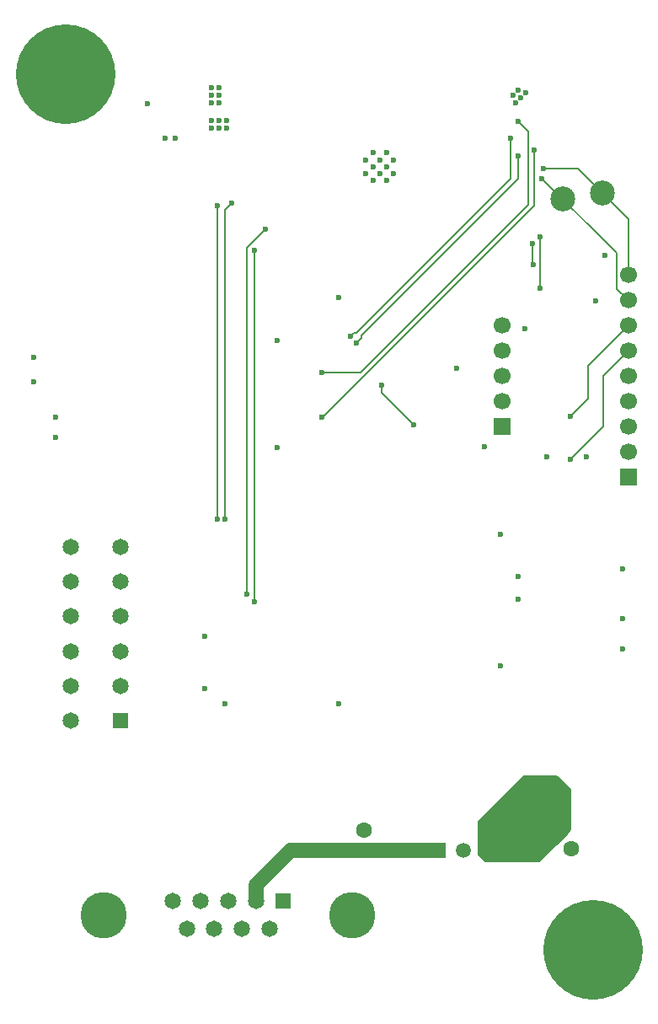
<source format=gbr>
%TF.GenerationSoftware,KiCad,Pcbnew,9.0.1*%
%TF.CreationDate,2025-06-18T18:36:31+02:00*%
%TF.ProjectId,open_g,6f70656e-5f67-42e6-9b69-6361645f7063,rev?*%
%TF.SameCoordinates,Original*%
%TF.FileFunction,Copper,L4,Bot*%
%TF.FilePolarity,Positive*%
%FSLAX46Y46*%
G04 Gerber Fmt 4.6, Leading zero omitted, Abs format (unit mm)*
G04 Created by KiCad (PCBNEW 9.0.1) date 2025-06-18 18:36:31*
%MOMM*%
%LPD*%
G01*
G04 APERTURE LIST*
G04 Aperture macros list*
%AMRotRect*
0 Rectangle, with rotation*
0 The origin of the aperture is its center*
0 $1 length*
0 $2 width*
0 $3 Rotation angle, in degrees counterclockwise*
0 Add horizontal line*
21,1,$1,$2,0,0,$3*%
G04 Aperture macros list end*
%TA.AperFunction,ComponentPad*%
%ADD10R,1.700000X1.700000*%
%TD*%
%TA.AperFunction,ComponentPad*%
%ADD11C,1.700000*%
%TD*%
%TA.AperFunction,ComponentPad*%
%ADD12C,0.900000*%
%TD*%
%TA.AperFunction,ComponentPad*%
%ADD13C,10.000000*%
%TD*%
%TA.AperFunction,ComponentPad*%
%ADD14R,1.500000X1.500000*%
%TD*%
%TA.AperFunction,ComponentPad*%
%ADD15C,1.500000*%
%TD*%
%TA.AperFunction,ComponentPad*%
%ADD16R,1.600000X1.600000*%
%TD*%
%TA.AperFunction,ComponentPad*%
%ADD17C,1.600000*%
%TD*%
%TA.AperFunction,ComponentPad*%
%ADD18R,1.650000X1.650000*%
%TD*%
%TA.AperFunction,ComponentPad*%
%ADD19C,1.650000*%
%TD*%
%TA.AperFunction,HeatsinkPad*%
%ADD20C,0.600000*%
%TD*%
%TA.AperFunction,ComponentPad*%
%ADD21RotRect,1.600000X1.600000X315.000000*%
%TD*%
%TA.AperFunction,ComponentPad*%
%ADD22C,4.650000*%
%TD*%
%TA.AperFunction,SMDPad,CuDef*%
%ADD23C,2.500000*%
%TD*%
%TA.AperFunction,ViaPad*%
%ADD24C,0.600000*%
%TD*%
%TA.AperFunction,Conductor*%
%ADD25C,1.500000*%
%TD*%
%TA.AperFunction,Conductor*%
%ADD26C,0.200000*%
%TD*%
G04 APERTURE END LIST*
D10*
%TO.P,J4,1,Pin_1*%
%TO.N,/ISM_SCX*%
X149860000Y-91440000D03*
D11*
%TO.P,J4,2,Pin_2*%
%TO.N,/ISM_SDX*%
X149860000Y-88900000D03*
%TO.P,J4,3,Pin_3*%
%TO.N,/OCS_AUX*%
X149860000Y-86360000D03*
%TO.P,J4,4,Pin_4*%
%TO.N,/SDO_AUX*%
X149860000Y-83820000D03*
%TO.P,J4,5,Pin_5*%
%TO.N,GND*%
X149860000Y-81280000D03*
%TD*%
D12*
%TO.P,H2,1*%
%TO.N,N/C*%
X102250000Y-56000000D03*
X103348350Y-53348350D03*
X103348350Y-58651650D03*
X106000000Y-52250000D03*
D13*
X106000000Y-56000000D03*
D12*
X106000000Y-59750000D03*
X108651650Y-53348350D03*
X108651650Y-58651650D03*
X109750000Y-56000000D03*
%TD*%
D14*
%TO.P,PS1,1,+VIN*%
%TO.N,+12V*%
X143460000Y-134000000D03*
D15*
%TO.P,PS1,2,GND*%
%TO.N,GND*%
X146000000Y-134000000D03*
%TO.P,PS1,3,+VOUT*%
%TO.N,+3V3*%
X148540000Y-134000000D03*
%TD*%
D16*
%TO.P,C2,1*%
%TO.N,+12V*%
X136000000Y-134000000D03*
D17*
%TO.P,C2,2*%
%TO.N,GND*%
X136000000Y-132000000D03*
%TD*%
D12*
%TO.P,H1,1*%
%TO.N,N/C*%
X155250000Y-144000000D03*
X156348350Y-141348350D03*
X156348350Y-146651650D03*
X159000000Y-140250000D03*
D13*
X159000000Y-144000000D03*
D12*
X159000000Y-147750000D03*
X161651650Y-141348350D03*
X161651650Y-146651650D03*
X162750000Y-144000000D03*
%TD*%
D10*
%TO.P,J3,1,Pin_1*%
%TO.N,+3V3*%
X162560000Y-96520000D03*
D11*
%TO.P,J3,2,Pin_2*%
X162560000Y-93980000D03*
%TO.P,J3,3,Pin_3*%
%TO.N,GND*%
X162560000Y-91440001D03*
%TO.P,J3,4,Pin_4*%
%TO.N,Net-(J3-Pin_4)*%
X162560000Y-88900000D03*
%TO.P,J3,5,Pin_5*%
%TO.N,Net-(J3-Pin_5)*%
X162560000Y-86360000D03*
%TO.P,J3,6,Pin_6*%
%TO.N,/SDO_SA0*%
X162560000Y-83820000D03*
%TO.P,J3,7,Pin_7*%
%TO.N,/CS_5V*%
X162560000Y-81280000D03*
%TO.P,J3,8,Pin_8*%
%TO.N,/ISM_INT_1*%
X162560000Y-78739999D03*
%TO.P,J3,9,Pin_9*%
%TO.N,/ISM_INT_2*%
X162560000Y-76200000D03*
%TD*%
D18*
%TO.P,J5,1,1.1*%
%TO.N,GND*%
X111500000Y-121000000D03*
D19*
%TO.P,J5,2,1.2*%
X106500000Y-121000000D03*
%TO.P,J5,3,2.1*%
%TO.N,+3V3*%
X111500000Y-117500000D03*
%TO.P,J5,4,2.2*%
X106500000Y-117500000D03*
%TO.P,J5,5,3.1*%
%TO.N,/UART_2_TX*%
X111500000Y-114000000D03*
%TO.P,J5,6,3.2*%
X106500000Y-114000000D03*
%TO.P,J5,7,4.1*%
%TO.N,/UART_2_RX*%
X111500000Y-110500000D03*
%TO.P,J5,8,4.2*%
X106500000Y-110500000D03*
%TO.P,J5,9,5.1*%
%TO.N,/I2C_3_SCL*%
X111500000Y-107000000D03*
%TO.P,J5,10,5.2*%
X106500000Y-107000000D03*
%TO.P,J5,11,6.1*%
%TO.N,/I2C_3_SDA*%
X111500000Y-103500000D03*
%TO.P,J5,12,6.2*%
X106500000Y-103500000D03*
%TD*%
D20*
%TO.P,U1,39,GND*%
%TO.N,GND*%
X136200000Y-64630000D03*
X136200000Y-66030000D03*
X136900000Y-63930000D03*
X136900000Y-65330000D03*
X136900000Y-66730000D03*
X137575000Y-64630000D03*
X137575000Y-66030000D03*
X138300000Y-63930000D03*
X138300000Y-65330000D03*
X138300000Y-66730000D03*
X139000000Y-64630000D03*
X139000000Y-66030000D03*
%TD*%
D21*
%TO.P,C3,1*%
%TO.N,+3V3*%
X155385786Y-132385786D03*
D17*
%TO.P,C3,2*%
%TO.N,GND*%
X156800000Y-133800000D03*
%TD*%
D18*
%TO.P,J1,1,1*%
%TO.N,GND*%
X127895000Y-139080000D03*
D19*
%TO.P,J1,2,2*%
%TO.N,+12V*%
X125125000Y-139080000D03*
%TO.P,J1,3,3*%
%TO.N,unconnected-(J1-Pad3)*%
X122355000Y-139080000D03*
%TO.P,J1,4,4*%
%TO.N,/UART_1_RX_IO*%
X119585000Y-139080000D03*
%TO.P,J1,5,5*%
%TO.N,/UART_1_TX_IO*%
X116815000Y-139080000D03*
%TO.P,J1,6,6*%
%TO.N,unconnected-(J1-Pad6)*%
X126510000Y-141920000D03*
%TO.P,J1,7,7*%
%TO.N,unconnected-(J1-Pad7)*%
X123740000Y-141920000D03*
%TO.P,J1,8,8*%
%TO.N,unconnected-(J1-Pad8)*%
X120970000Y-141920000D03*
%TO.P,J1,9,9*%
%TO.N,unconnected-(J1-Pad9)*%
X118200000Y-141920000D03*
D22*
%TO.P,J1,MH1*%
%TO.N,N/C*%
X134850000Y-140500000D03*
%TO.P,J1,MH2*%
X109860000Y-140500000D03*
%TD*%
D23*
%TO.P,TP6,1,1*%
%TO.N,/ISM_INT_2*%
X160000000Y-68000000D03*
%TD*%
%TO.P,TP7,1,1*%
%TO.N,/ISM_INT_1*%
X156000000Y-68600000D03*
%TD*%
D24*
%TO.N,GND*%
X145288000Y-85598000D03*
X151765000Y-58420000D03*
X162000000Y-113750000D03*
X120650000Y-58166000D03*
X102800000Y-86940000D03*
X122000000Y-119250000D03*
X121412000Y-58928000D03*
X151257000Y-58928000D03*
X160250000Y-74250000D03*
X149750000Y-102250000D03*
X162000000Y-105750000D03*
X133500000Y-78500000D03*
X152273000Y-57912000D03*
X121412000Y-58166000D03*
X151500000Y-106500000D03*
X158369000Y-94488000D03*
X162000000Y-110750000D03*
X148082000Y-93421200D03*
X151003000Y-58166000D03*
X121412000Y-57404000D03*
X105000000Y-90500000D03*
X116000000Y-62500000D03*
X120650000Y-58928000D03*
X117000000Y-62500000D03*
X149750000Y-115500000D03*
X120650000Y-57404000D03*
X151511000Y-57658000D03*
%TO.N,+3V3*%
X154200000Y-127000000D03*
X153200000Y-128000000D03*
X153700000Y-127500000D03*
X155200000Y-128000000D03*
X151500000Y-108750000D03*
X151200000Y-128000000D03*
X154400000Y-94500000D03*
X114250000Y-59000000D03*
X152200000Y-81600000D03*
X152200000Y-128000000D03*
X152200000Y-127000000D03*
X120650000Y-61468000D03*
X121412000Y-61468000D03*
X127250000Y-82750000D03*
X152700000Y-127500000D03*
X154700000Y-127500000D03*
X102800000Y-84440000D03*
X155200000Y-127000000D03*
X159300000Y-78800000D03*
X120000000Y-112500000D03*
X127250000Y-93500000D03*
X120650000Y-60706000D03*
X154200000Y-128000000D03*
X151700000Y-127500000D03*
X156200000Y-128000000D03*
X121412000Y-60706000D03*
X133500000Y-119250000D03*
X155700000Y-127500000D03*
X105000000Y-92500000D03*
X153200000Y-127000000D03*
X122174000Y-60706000D03*
X120000000Y-117750000D03*
X122174000Y-61468000D03*
%TO.N,+12V*%
X130200000Y-134000000D03*
%TO.N,/UART_1_TX*%
X134625000Y-82375000D03*
X150750000Y-62500000D03*
%TO.N,/UART_1_RX*%
X151500000Y-64250000D03*
X135250000Y-83000000D03*
%TO.N,/SPI_MISO*%
X137750000Y-87250000D03*
X141000000Y-91250000D03*
%TO.N,/I2C_1_SCL*%
X153700000Y-77500000D03*
X153700000Y-72400000D03*
%TO.N,/I2C_1_SDA*%
X152950003Y-73038138D03*
X153000000Y-75200000D03*
%TO.N,/I2C_2_SDA*%
X131750000Y-90500000D03*
X153125000Y-63625000D03*
%TO.N,/I2C_2_SCL*%
X131750000Y-86000000D03*
X151500000Y-60750000D03*
%TO.N,/UART_2_TX*%
X125000000Y-73750000D03*
X125000000Y-109000000D03*
%TO.N,/UART_2_RX*%
X126125000Y-71625000D03*
X124250000Y-108250000D03*
%TO.N,Net-(U1-IO33)*%
X122750000Y-69000000D03*
X122050003Y-100750000D03*
%TO.N,Net-(U1-IO32)*%
X121250000Y-69250000D03*
X121250000Y-100750000D03*
%TO.N,/CS_5V*%
X156718000Y-90424000D03*
%TO.N,/SDO_SA0*%
X156718000Y-94742000D03*
%TO.N,/ISM_INT_2*%
X154000000Y-65500000D03*
%TO.N,/ISM_INT_1*%
X153900000Y-66500000D03*
%TD*%
D25*
%TO.N,+12V*%
X125125000Y-137475000D02*
X128600000Y-134000000D01*
X128600000Y-134000000D02*
X136000000Y-134000000D01*
X136000000Y-134000000D02*
X143460000Y-134000000D01*
X125125000Y-139080000D02*
X125125000Y-137475000D01*
D26*
%TO.N,/UART_1_TX*%
X135000000Y-82000000D02*
X135250000Y-82000000D01*
X134625000Y-82375000D02*
X135000000Y-82000000D01*
X135250000Y-82000000D02*
X150750000Y-66500000D01*
X150750000Y-66500000D02*
X150750000Y-62500000D01*
%TO.N,/UART_1_RX*%
X151500000Y-66500000D02*
X135750000Y-82250000D01*
X151500000Y-64250000D02*
X151500000Y-66500000D01*
X135750000Y-82250000D02*
X135750000Y-82500000D01*
X135750000Y-82500000D02*
X135250000Y-83000000D01*
%TO.N,/SPI_MISO*%
X141000000Y-91250000D02*
X137750000Y-88000000D01*
X137750000Y-88000000D02*
X137750000Y-87250000D01*
%TO.N,/I2C_1_SCL*%
X153700000Y-77500000D02*
X153700000Y-72400000D01*
%TO.N,/I2C_1_SDA*%
X153000000Y-75200000D02*
X153000000Y-75199994D01*
X152950003Y-75149997D02*
X152950003Y-73038138D01*
X153000000Y-75199994D02*
X152950003Y-75149997D01*
%TO.N,/I2C_2_SDA*%
X153125000Y-63625000D02*
X153125000Y-69250000D01*
X153125000Y-69250000D02*
X131875000Y-90500000D01*
X131875000Y-90500000D02*
X131750000Y-90500000D01*
%TO.N,/I2C_2_SCL*%
X135682900Y-86000000D02*
X152500000Y-69182900D01*
X152500000Y-61750000D02*
X151500000Y-60750000D01*
X131750000Y-86000000D02*
X135682900Y-86000000D01*
X152500000Y-69182900D02*
X152500000Y-61750000D01*
%TO.N,/UART_2_TX*%
X125000000Y-109000000D02*
X125000000Y-73750000D01*
%TO.N,/UART_2_RX*%
X124250000Y-108250000D02*
X124250000Y-73500000D01*
X124250000Y-73500000D02*
X126125000Y-71625000D01*
%TO.N,Net-(U1-IO33)*%
X122050003Y-100750000D02*
X122050003Y-69699997D01*
X122050003Y-69699997D02*
X122750000Y-69000000D01*
%TO.N,Net-(U1-IO32)*%
X121250000Y-100750000D02*
X121250000Y-69250000D01*
%TO.N,/CS_5V*%
X156718000Y-90424000D02*
X158496000Y-88646000D01*
X158496000Y-85344000D02*
X162560000Y-81280000D01*
X158496000Y-88646000D02*
X158496000Y-85344000D01*
%TO.N,/SDO_SA0*%
X160020000Y-86360000D02*
X162560000Y-83820000D01*
X156718000Y-94742000D02*
X160020000Y-91440000D01*
X160020000Y-91440000D02*
X160020000Y-86360000D01*
%TO.N,/ISM_INT_2*%
X154000000Y-65500000D02*
X157500000Y-65500000D01*
X162560000Y-70560000D02*
X162560000Y-76200000D01*
X157500000Y-65500000D02*
X162560000Y-70560000D01*
%TO.N,/ISM_INT_1*%
X162560000Y-78739999D02*
X161400000Y-77579999D01*
X161400000Y-74000000D02*
X153900000Y-66500000D01*
X161400000Y-77579999D02*
X161400000Y-74000000D01*
%TD*%
%TA.AperFunction,Conductor*%
%TO.N,+3V3*%
G36*
X155418828Y-126519685D02*
G01*
X155435578Y-126532592D01*
X156759791Y-127746454D01*
X156795907Y-127806264D01*
X156800000Y-127837860D01*
X156800000Y-131948637D01*
X156780315Y-132015676D01*
X156763681Y-132036318D01*
X156102972Y-132697026D01*
X156088177Y-132709663D01*
X156005777Y-132769530D01*
X155952781Y-132808034D01*
X155952779Y-132808036D01*
X155952778Y-132808036D01*
X155808036Y-132952778D01*
X155808036Y-132952779D01*
X155808034Y-132952781D01*
X155769530Y-133005777D01*
X155709663Y-133088177D01*
X155697026Y-133102972D01*
X153636319Y-135163681D01*
X153574996Y-135197166D01*
X153548638Y-135200000D01*
X148251362Y-135200000D01*
X148184323Y-135180315D01*
X148163681Y-135163681D01*
X147436319Y-134436319D01*
X147402834Y-134374996D01*
X147400000Y-134348638D01*
X147400000Y-131151362D01*
X147419685Y-131084323D01*
X147436319Y-131063681D01*
X151963681Y-126536319D01*
X152025004Y-126502834D01*
X152051362Y-126500000D01*
X155351789Y-126500000D01*
X155418828Y-126519685D01*
G37*
%TD.AperFunction*%
%TD*%
M02*

</source>
